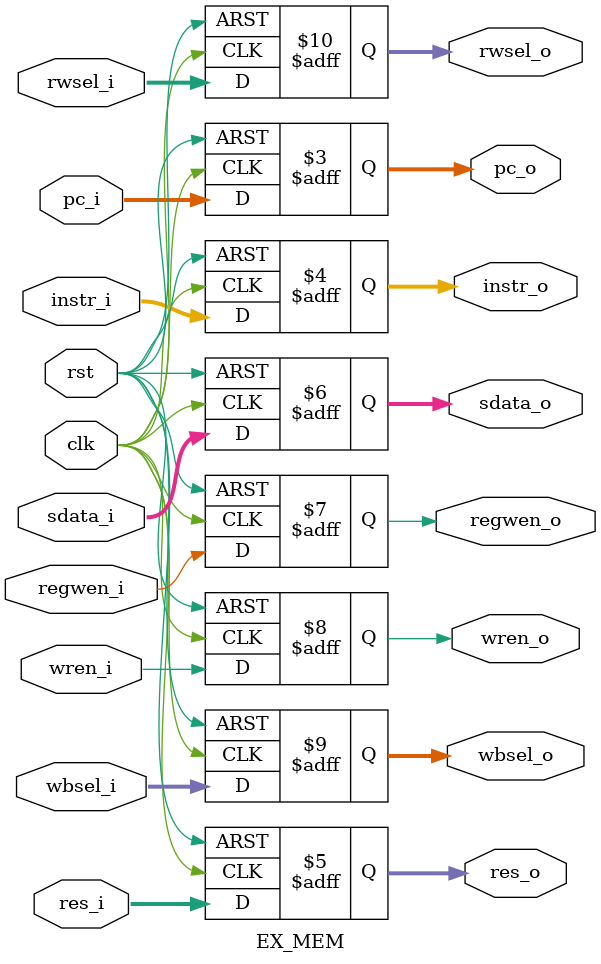
<source format=sv>
module EX_MEM (
  input  logic        clk, rst,
  input  logic [31:0] pc_i, instr_i, // pc added 4
  input  logic [31:0] res_i, sdata_i,
  input  logic        regwen_i,
  input  logic        wren_i,
  input  logic [1:0]  wbsel_i,
  input  logic [2:0]  rwsel_i,
  output logic [31:0] pc_o, instr_o,
  output logic [31:0] res_o, sdata_o,
  output logic        regwen_o,
  output logic        wren_o,
  output logic [1:0]  wbsel_o,
  output logic [2:0]  rwsel_o
);

  always_ff @(posedge clk or negedge rst) begin
    if (~rst) begin
      pc_o     <= 32'd0;
      instr_o  <= 32'd0;
      res_o    <= 32'd0;
      regwen_o <= 1'd0;
      wren_o   <= 1'd0;
      wbsel_o  <= 2'd0;
      rwsel_o  <= 3'd0;
      sdata_o  <= 32'd0;
    end else begin
      pc_o     <= pc_i;
      instr_o  <= instr_i;
      res_o    <= res_i;
      regwen_o <= regwen_i;
      wren_o   <= wren_i;
      wbsel_o  <= wbsel_i;
      rwsel_o  <= rwsel_i;
      sdata_o  <= sdata_i;
    end
  end

endmodule

</source>
